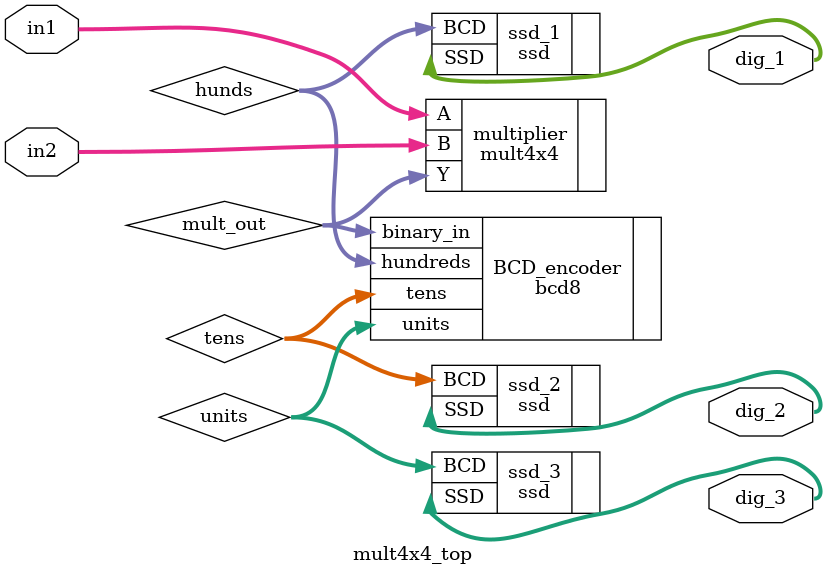
<source format=sv>
module mult4x4_top(
input logic [3:0] in1,
input logic [3:0] in2,
output logic [6:0] dig_1,
output logic [6:0] dig_2,
output logic [6:0] dig_3

);

//internal wires
logic [7:0] mult_out;
logic [3:0] hunds, tens,units;



//multiplier instance

mult4x4 multiplier (
    .A(in1),
	 .B(in2),
    .Y(mult_out)
);

// BCD instance
bcd8 BCD_encoder (
    .binary_in(mult_out),
	 .hundreds(hunds),
    .tens(tens),
	 .units(units)
	 
);

//SSD instances 
ssd ssd_1 (
    .BCD(hunds),
	 .SSD(dig_1)
);

ssd ssd_2 (
    .BCD(tens),
	 .SSD(dig_2)
);

ssd ssd_3 (
    .BCD(units),
	 .SSD(dig_3)
);


endmodule
</source>
